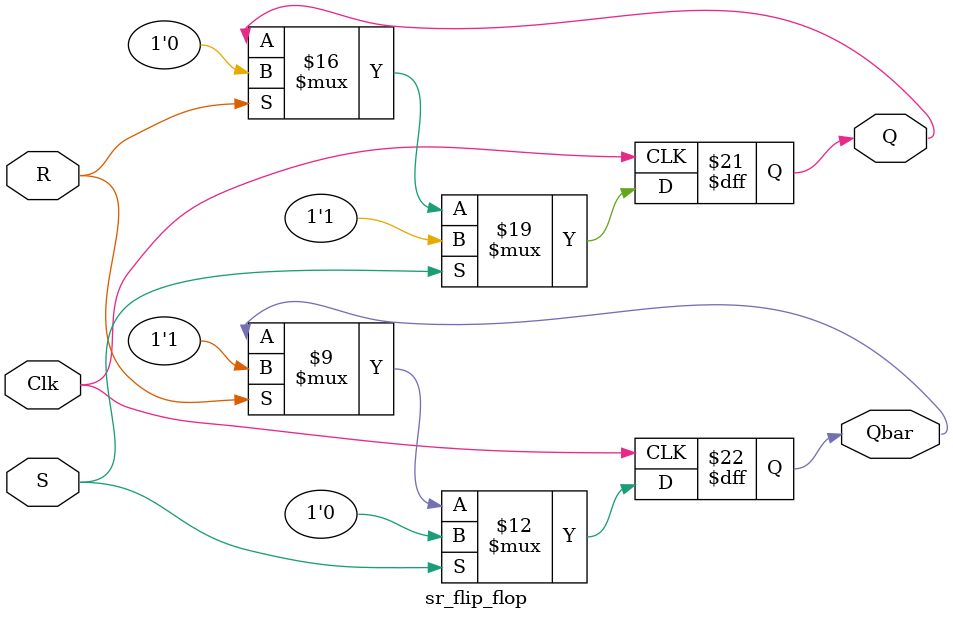
<source format=v>
`timescale 1ns / 1ps


module sr_flip_flop(
    input S,
    input R,
    input Clk,
    output reg Q,
    output reg Qbar
    );
    always @(posedge Clk)
    begin
    if(S==1)
    begin
    Q <=1;
    Qbar <= 0;
    end
    else if(R==1)
    begin
    Q <=0;
    Qbar <= 1;
    end
    else if(S==0 & R==0)
    begin
    Q <=Q;
    Qbar <= Qbar;
    end
    
    end
 
endmodule

</source>
